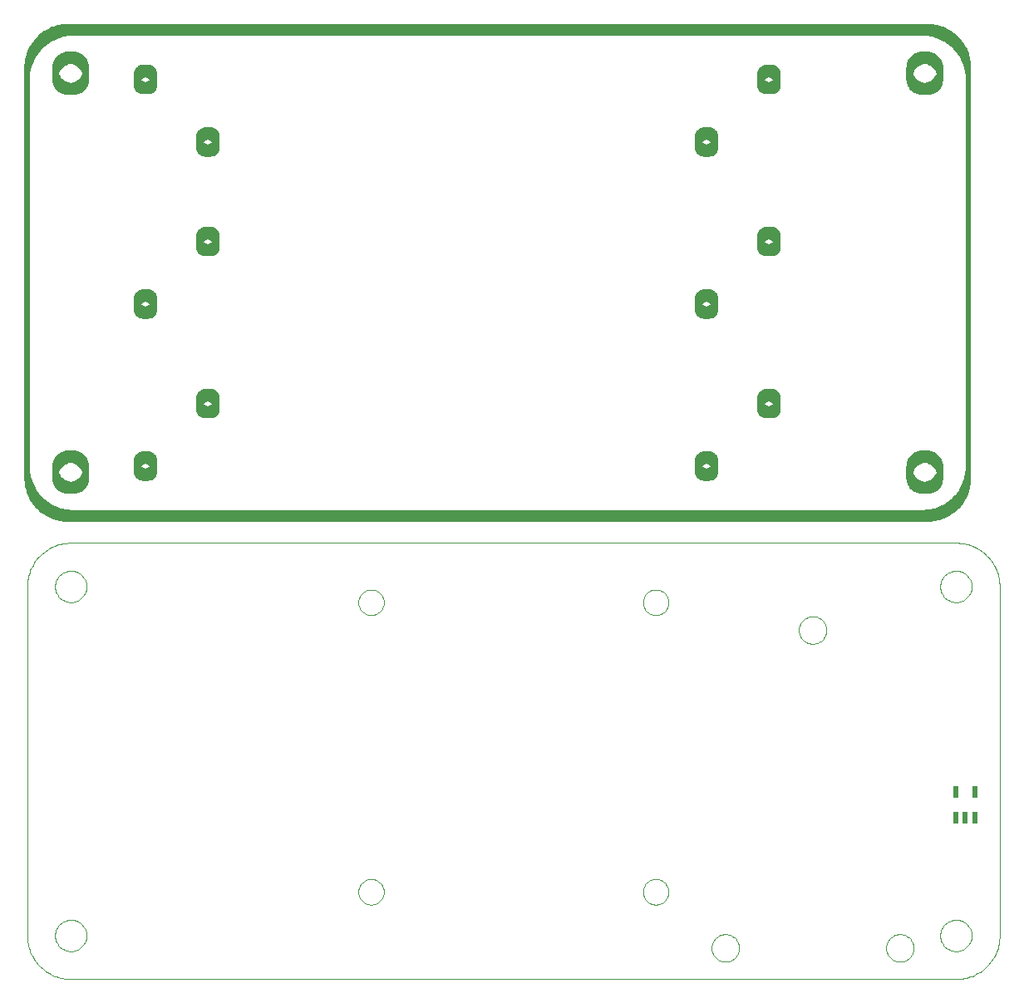
<source format=gtp>
%MOIN*%
%OFA0B0*%
%FSLAX24Y24*%
%IPPOS*%
%LPD*%
%AMOC8*
5,1,8,0,0,$1,202.5*%
%AMOC80*
5,1,8,0,0,$1,-67.5*%
%ADD10C,0*%
%ADD11R,0.021700000325901306X0.047200000708872883*%
%ADD22C,0*%
G75*
%LPD*%
D10*
X037345Y017463D02*
X001844Y017463D01*
X002475Y015713D02*
X002473Y015663D01*
X002467Y015613D01*
X002457Y015564D01*
X002443Y015516D01*
X002426Y015469D01*
X002405Y015424D01*
X002380Y015380D01*
X002352Y015339D01*
X002320Y015300D01*
X002286Y015263D01*
X002249Y015229D01*
X002209Y015199D01*
X002167Y015172D01*
X002123Y015148D01*
X002077Y015127D01*
X002030Y015111D01*
X001981Y015098D01*
X001932Y015088D01*
X001882Y015084D01*
X001832Y015083D01*
X001782Y015086D01*
X001733Y015093D01*
X001684Y015104D01*
X001636Y015119D01*
X001590Y015137D01*
X001545Y015159D01*
X001502Y015185D01*
X001461Y015214D01*
X001422Y015245D01*
X001386Y015281D01*
X001354Y015319D01*
X001324Y015359D01*
X001297Y015402D01*
X001274Y015446D01*
X001255Y015491D01*
X001239Y015540D01*
X001227Y015589D01*
X001219Y015638D01*
X001215Y015688D01*
X001215Y015738D01*
X001219Y015788D01*
X001227Y015837D01*
X001239Y015886D01*
X001255Y015934D01*
X001274Y015980D01*
X001297Y016024D01*
X001324Y016067D01*
X001354Y016107D01*
X001386Y016145D01*
X001422Y016180D01*
X001461Y016212D01*
X001502Y016240D01*
X001545Y016267D01*
X001590Y016289D01*
X001636Y016306D01*
X001684Y016322D01*
X001733Y016333D01*
X001782Y016339D01*
X001832Y016343D01*
X001882Y016342D01*
X001932Y016337D01*
X001981Y016328D01*
X002030Y016315D01*
X002077Y016298D01*
X002123Y016277D01*
X002167Y016254D01*
X002209Y016227D01*
X002249Y016197D01*
X002286Y016163D01*
X002320Y016126D01*
X002352Y016087D01*
X002380Y016046D01*
X002405Y016002D01*
X002426Y015956D01*
X002443Y015910D01*
X002457Y015862D01*
X002467Y015813D01*
X002473Y015763D01*
X002475Y015713D01*
X001844Y017463D02*
X001761Y017460D01*
X001678Y017455D01*
X001596Y017445D01*
X001514Y017431D01*
X001432Y017414D01*
X001351Y017392D01*
X001273Y017367D01*
X001195Y017338D01*
X001118Y017305D01*
X001043Y017268D01*
X000970Y017229D01*
X000898Y017185D01*
X000830Y017139D01*
X000763Y017089D01*
X000699Y017036D01*
X000637Y016980D01*
X000578Y016921D01*
X000522Y016859D01*
X000468Y016795D01*
X000419Y016728D01*
X000373Y016659D01*
X000329Y016588D01*
X000290Y016515D01*
X000253Y016440D01*
X000220Y016362D01*
X000191Y016285D01*
X000166Y016206D01*
X000144Y016126D01*
X000127Y016044D01*
X000112Y015962D01*
X000102Y015878D01*
X000097Y015795D01*
X000095Y015713D01*
X000095Y001713D01*
X002475Y001713D02*
X002473Y001662D01*
X002467Y001613D01*
X002457Y001564D01*
X002443Y001516D01*
X002426Y001469D01*
X002405Y001424D01*
X002380Y001380D01*
X002352Y001339D01*
X002320Y001300D01*
X002286Y001263D01*
X002249Y001229D01*
X002209Y001199D01*
X002167Y001172D01*
X002123Y001148D01*
X002077Y001127D01*
X002030Y001111D01*
X001981Y001098D01*
X001932Y001089D01*
X001882Y001084D01*
X001832Y001083D01*
X001782Y001086D01*
X001733Y001093D01*
X001684Y001104D01*
X001636Y001119D01*
X001590Y001137D01*
X001545Y001159D01*
X001502Y001185D01*
X001461Y001214D01*
X001422Y001246D01*
X001386Y001281D01*
X001354Y001319D01*
X001324Y001359D01*
X001297Y001402D01*
X001274Y001446D01*
X001255Y001492D01*
X001239Y001540D01*
X001227Y001589D01*
X001219Y001638D01*
X001215Y001688D01*
X001215Y001738D01*
X001219Y001787D01*
X001227Y001836D01*
X001239Y001886D01*
X001255Y001933D01*
X001274Y001980D01*
X001297Y002024D01*
X001324Y002067D01*
X001354Y002107D01*
X001386Y002145D01*
X001422Y002180D01*
X001461Y002212D01*
X001502Y002241D01*
X001545Y002267D01*
X001590Y002289D01*
X001636Y002307D01*
X001684Y002322D01*
X001733Y002333D01*
X001782Y002340D01*
X001832Y002343D01*
X001882Y002342D01*
X001932Y002337D01*
X001981Y002328D01*
X002030Y002315D01*
X002077Y002299D01*
X002123Y002278D01*
X002167Y002254D01*
X002209Y002227D01*
X002249Y002197D01*
X002286Y002163D01*
X002320Y002126D01*
X002352Y002087D01*
X002380Y002046D01*
X002405Y002002D01*
X002426Y001957D01*
X002443Y001910D01*
X002457Y001862D01*
X002467Y001813D01*
X002473Y001763D01*
X002475Y001713D01*
X001844Y-000036D02*
X001761Y-000034D01*
X001678Y-000027D01*
X001596Y-000018D01*
X001514Y-000004D01*
X001432Y000011D01*
X001351Y000034D01*
X001273Y000059D01*
X001195Y000088D01*
X001118Y000120D01*
X001043Y000158D01*
X000970Y000197D01*
X000898Y000241D01*
X000830Y000287D01*
X000763Y000337D01*
X000699Y000390D01*
X000637Y000445D01*
X000578Y000505D01*
X000522Y000567D01*
X000468Y000631D01*
X000419Y000698D01*
X000373Y000767D01*
X000329Y000838D01*
X000290Y000910D01*
X000253Y000985D01*
X000220Y001063D01*
X000191Y001141D01*
X000166Y001220D01*
X000144Y001300D01*
X000127Y001382D01*
X000112Y001464D01*
X000102Y001547D01*
X000097Y001630D01*
X000095Y001713D01*
X001844Y-000036D02*
X037345Y-000036D01*
X035645Y001213D02*
X035644Y001166D01*
X035637Y001120D01*
X035628Y001074D01*
X035615Y001029D01*
X035597Y000985D01*
X035576Y000944D01*
X035552Y000903D01*
X035524Y000867D01*
X035493Y000831D01*
X035459Y000799D01*
X035423Y000770D01*
X035384Y000743D01*
X035343Y000721D01*
X035300Y000702D01*
X035256Y000686D01*
X035211Y000674D01*
X035165Y000666D01*
X035118Y000662D01*
X035072Y000662D01*
X035025Y000666D01*
X034979Y000674D01*
X034934Y000686D01*
X034890Y000702D01*
X034847Y000721D01*
X034806Y000743D01*
X034767Y000770D01*
X034731Y000799D01*
X034696Y000831D01*
X034666Y000867D01*
X034638Y000903D01*
X034614Y000944D01*
X034592Y000985D01*
X034575Y001029D01*
X034562Y001074D01*
X034552Y001120D01*
X034546Y001166D01*
X034544Y001213D01*
X034546Y001260D01*
X034552Y001306D01*
X034562Y001351D01*
X034575Y001397D01*
X034592Y001440D01*
X034614Y001482D01*
X034638Y001522D01*
X034666Y001559D01*
X034696Y001593D01*
X034731Y001627D01*
X034767Y001655D01*
X034806Y001681D01*
X034847Y001705D01*
X034890Y001723D01*
X034934Y001739D01*
X034979Y001752D01*
X035025Y001760D01*
X035072Y001764D01*
X035118Y001764D01*
X035165Y001760D01*
X035211Y001752D01*
X035256Y001739D01*
X035300Y001723D01*
X035343Y001705D01*
X035384Y001681D01*
X035423Y001655D01*
X035459Y001627D01*
X035493Y001593D01*
X035524Y001559D01*
X035552Y001522D01*
X035576Y001482D01*
X035597Y001440D01*
X035615Y001397D01*
X035628Y001351D01*
X035637Y001306D01*
X035644Y001260D01*
X035645Y001213D01*
X037975Y001713D02*
X037973Y001662D01*
X037967Y001613D01*
X037957Y001564D01*
X037943Y001516D01*
X037926Y001469D01*
X037905Y001424D01*
X037880Y001380D01*
X037852Y001339D01*
X037820Y001300D01*
X037786Y001263D01*
X037749Y001229D01*
X037709Y001199D01*
X037667Y001172D01*
X037623Y001148D01*
X037577Y001127D01*
X037530Y001111D01*
X037482Y001098D01*
X037432Y001089D01*
X037383Y001084D01*
X037332Y001083D01*
X037282Y001086D01*
X037233Y001093D01*
X037184Y001104D01*
X037136Y001119D01*
X037089Y001137D01*
X037045Y001159D01*
X037002Y001185D01*
X036961Y001214D01*
X036922Y001246D01*
X036886Y001281D01*
X036853Y001319D01*
X036824Y001359D01*
X036797Y001402D01*
X036774Y001446D01*
X036755Y001492D01*
X036739Y001540D01*
X036727Y001589D01*
X036719Y001638D01*
X036715Y001688D01*
X036715Y001738D01*
X036719Y001787D01*
X036727Y001836D01*
X036739Y001886D01*
X036755Y001933D01*
X036774Y001980D01*
X036797Y002024D01*
X036824Y002067D01*
X036853Y002107D01*
X036886Y002145D01*
X036922Y002180D01*
X036961Y002212D01*
X037002Y002241D01*
X037045Y002267D01*
X037089Y002289D01*
X037136Y002307D01*
X037184Y002322D01*
X037233Y002333D01*
X037282Y002340D01*
X037332Y002343D01*
X037383Y002342D01*
X037432Y002337D01*
X037482Y002328D01*
X037530Y002315D01*
X037577Y002299D01*
X037623Y002278D01*
X037667Y002254D01*
X037709Y002227D01*
X037749Y002197D01*
X037786Y002163D01*
X037820Y002126D01*
X037852Y002087D01*
X037880Y002046D01*
X037905Y002002D01*
X037926Y001957D01*
X037943Y001910D01*
X037957Y001862D01*
X037967Y001813D01*
X037973Y001763D01*
X037975Y001713D01*
X039095Y001713D02*
X039093Y001630D01*
X039087Y001547D01*
X039077Y001464D01*
X039063Y001382D01*
X039045Y001300D01*
X039024Y001220D01*
X038999Y001141D01*
X038970Y001063D01*
X038937Y000985D01*
X038900Y000910D01*
X038861Y000838D01*
X038817Y000767D01*
X038771Y000698D01*
X038721Y000631D01*
X038668Y000567D01*
X038612Y000505D01*
X038553Y000445D01*
X038491Y000390D01*
X038427Y000337D01*
X038360Y000287D01*
X038291Y000241D01*
X038220Y000197D01*
X038147Y000158D01*
X038072Y000120D01*
X037995Y000088D01*
X037917Y000059D01*
X037837Y000034D01*
X037758Y000011D01*
X037676Y-000004D01*
X037593Y-000018D01*
X037511Y-000027D01*
X037428Y-000034D01*
X037345Y-000036D01*
X039095Y001713D02*
X039095Y015713D01*
X037975Y015713D02*
X037973Y015663D01*
X037967Y015613D01*
X037957Y015564D01*
X037943Y015516D01*
X037926Y015469D01*
X037905Y015424D01*
X037880Y015380D01*
X037852Y015339D01*
X037820Y015300D01*
X037786Y015263D01*
X037749Y015229D01*
X037709Y015199D01*
X037667Y015172D01*
X037623Y015148D01*
X037577Y015127D01*
X037530Y015111D01*
X037482Y015098D01*
X037432Y015088D01*
X037383Y015084D01*
X037332Y015083D01*
X037282Y015086D01*
X037233Y015093D01*
X037184Y015104D01*
X037136Y015119D01*
X037089Y015137D01*
X037045Y015159D01*
X037002Y015185D01*
X036961Y015214D01*
X036922Y015245D01*
X036886Y015281D01*
X036853Y015319D01*
X036824Y015359D01*
X036797Y015402D01*
X036774Y015446D01*
X036755Y015491D01*
X036739Y015540D01*
X036727Y015589D01*
X036719Y015638D01*
X036715Y015688D01*
X036715Y015738D01*
X036719Y015788D01*
X036727Y015837D01*
X036739Y015886D01*
X036755Y015934D01*
X036774Y015980D01*
X036797Y016024D01*
X036824Y016067D01*
X036853Y016107D01*
X036886Y016145D01*
X036922Y016180D01*
X036961Y016212D01*
X037002Y016240D01*
X037045Y016267D01*
X037089Y016289D01*
X037136Y016306D01*
X037184Y016322D01*
X037233Y016333D01*
X037282Y016339D01*
X037332Y016343D01*
X037383Y016342D01*
X037432Y016337D01*
X037482Y016328D01*
X037530Y016315D01*
X037577Y016298D01*
X037623Y016277D01*
X037667Y016254D01*
X037709Y016227D01*
X037749Y016197D01*
X037786Y016163D01*
X037820Y016126D01*
X037852Y016087D01*
X037880Y016046D01*
X037905Y016002D01*
X037926Y015956D01*
X037943Y015910D01*
X037957Y015862D01*
X037967Y015813D01*
X037973Y015763D01*
X037975Y015713D01*
X039095Y015713D02*
X039093Y015795D01*
X039087Y015878D01*
X039077Y015962D01*
X039063Y016044D01*
X039045Y016126D01*
X039024Y016206D01*
X038999Y016285D01*
X038970Y016362D01*
X038937Y016440D01*
X038900Y016515D01*
X038861Y016588D01*
X038817Y016659D01*
X038771Y016728D01*
X038721Y016795D01*
X038668Y016859D01*
X038612Y016921D01*
X038553Y016980D01*
X038491Y017036D01*
X038427Y017089D01*
X038360Y017139D01*
X038291Y017185D01*
X038220Y017229D01*
X038147Y017268D01*
X038072Y017305D01*
X037995Y017338D01*
X037917Y017367D01*
X037837Y017392D01*
X037758Y017414D01*
X037676Y017431D01*
X037593Y017445D01*
X037511Y017455D01*
X037428Y017460D01*
X037345Y017463D01*
X032146Y013963D02*
X032144Y013915D01*
X032138Y013870D01*
X032128Y013824D01*
X032115Y013778D01*
X032097Y013735D01*
X032075Y013694D01*
X032052Y013654D01*
X032024Y013617D01*
X031993Y013582D01*
X031959Y013549D01*
X031923Y013520D01*
X031884Y013493D01*
X031843Y013471D01*
X031800Y013452D01*
X031756Y013435D01*
X031711Y013423D01*
X031664Y013415D01*
X031618Y013412D01*
X031572Y013412D01*
X031525Y013415D01*
X031479Y013423D01*
X031434Y013435D01*
X031389Y013452D01*
X031347Y013471D01*
X031306Y013493D01*
X031267Y013520D01*
X031231Y013549D01*
X031196Y013582D01*
X031166Y013617D01*
X031138Y013654D01*
X031114Y013694D01*
X031093Y013735D01*
X031075Y013778D01*
X031062Y013824D01*
X031052Y013870D01*
X031046Y013915D01*
X031044Y013963D01*
X031046Y014010D01*
X031052Y014056D01*
X031062Y014101D01*
X031075Y014147D01*
X031093Y014190D01*
X031114Y014232D01*
X031138Y014271D01*
X031166Y014309D01*
X031196Y014343D01*
X031231Y014377D01*
X031267Y014406D01*
X031306Y014432D01*
X031347Y014455D01*
X031389Y014474D01*
X031434Y014490D01*
X031479Y014502D01*
X031525Y014510D01*
X031572Y014513D01*
X031618Y014513D01*
X031664Y014510D01*
X031711Y014502D01*
X031756Y014490D01*
X031800Y014474D01*
X031843Y014455D01*
X031884Y014432D01*
X031923Y014406D01*
X031959Y014377D01*
X031993Y014343D01*
X032024Y014309D01*
X032052Y014271D01*
X032075Y014232D01*
X032097Y014190D01*
X032115Y014147D01*
X032128Y014101D01*
X032138Y014056D01*
X032144Y014010D01*
X032146Y013963D01*
X025816Y015077D02*
X025814Y015032D01*
X025808Y014988D01*
X025798Y014943D01*
X025785Y014902D01*
X025767Y014861D01*
X025747Y014821D01*
X025722Y014783D01*
X025696Y014748D01*
X025666Y014715D01*
X025633Y014685D01*
X025598Y014658D01*
X025560Y014634D01*
X025519Y014613D01*
X025479Y014596D01*
X025437Y014581D01*
X025393Y014573D01*
X025349Y014567D01*
X025304Y014564D01*
X025259Y014567D01*
X025215Y014573D01*
X025171Y014581D01*
X025129Y014596D01*
X025088Y014613D01*
X025048Y014634D01*
X025010Y014658D01*
X024975Y014685D01*
X024942Y014715D01*
X024912Y014748D01*
X024885Y014783D01*
X024861Y014821D01*
X024840Y014861D01*
X024823Y014902D01*
X024809Y014943D01*
X024800Y014988D01*
X024794Y015032D01*
X024792Y015077D01*
X024794Y015121D01*
X024800Y015166D01*
X024809Y015209D01*
X024823Y015251D01*
X024840Y015293D01*
X024861Y015332D01*
X024885Y015371D01*
X024912Y015406D01*
X024942Y015439D01*
X024975Y015469D01*
X025010Y015496D01*
X025048Y015520D01*
X025088Y015541D01*
X025129Y015558D01*
X025171Y015572D01*
X025215Y015581D01*
X025259Y015587D01*
X025304Y015589D01*
X025349Y015587D01*
X025393Y015581D01*
X025437Y015572D01*
X025479Y015558D01*
X025519Y015541D01*
X025560Y015520D01*
X025598Y015496D01*
X025633Y015469D01*
X025666Y015439D01*
X025696Y015406D01*
X025722Y015371D01*
X025747Y015332D01*
X025767Y015293D01*
X025785Y015251D01*
X025798Y015209D01*
X025808Y015166D01*
X025814Y015121D01*
X025816Y015077D01*
X014399Y015077D02*
X014397Y015032D01*
X014391Y014988D01*
X014382Y014943D01*
X014368Y014902D01*
X014351Y014861D01*
X014330Y014821D01*
X014306Y014783D01*
X014279Y014748D01*
X014249Y014715D01*
X014215Y014685D01*
X014181Y014658D01*
X014142Y014634D01*
X014103Y014613D01*
X014061Y014596D01*
X014020Y014581D01*
X013975Y014573D01*
X013932Y014567D01*
X013887Y014564D01*
X013842Y014567D01*
X013797Y014573D01*
X013754Y014581D01*
X013712Y014596D01*
X013671Y014613D01*
X013631Y014634D01*
X013593Y014658D01*
X013557Y014685D01*
X013525Y014715D01*
X013495Y014748D01*
X013468Y014783D01*
X013444Y014821D01*
X013423Y014861D01*
X013406Y014902D01*
X013392Y014943D01*
X013383Y014988D01*
X013376Y015032D01*
X013375Y015077D01*
X013376Y015121D01*
X013383Y015166D01*
X013392Y015209D01*
X013406Y015251D01*
X013423Y015293D01*
X013444Y015332D01*
X013468Y015371D01*
X013495Y015406D01*
X013525Y015439D01*
X013557Y015469D01*
X013593Y015496D01*
X013631Y015520D01*
X013671Y015541D01*
X013712Y015558D01*
X013754Y015572D01*
X013797Y015581D01*
X013842Y015587D01*
X013887Y015589D01*
X013932Y015587D01*
X013975Y015581D01*
X014020Y015572D01*
X014061Y015558D01*
X014103Y015541D01*
X014142Y015520D01*
X014181Y015496D01*
X014215Y015469D01*
X014249Y015439D01*
X014279Y015406D01*
X014306Y015371D01*
X014330Y015332D01*
X014351Y015293D01*
X014368Y015251D01*
X014382Y015209D01*
X014391Y015166D01*
X014397Y015121D01*
X014399Y015077D01*
X014399Y003462D02*
X014397Y003417D01*
X014391Y003373D01*
X014382Y003330D01*
X014368Y003288D01*
X014351Y003247D01*
X014330Y003207D01*
X014306Y003169D01*
X014279Y003134D01*
X014249Y003101D01*
X014215Y003071D01*
X014181Y003044D01*
X014142Y003020D01*
X014103Y002999D01*
X014061Y002982D01*
X014020Y002968D01*
X013975Y002959D01*
X013932Y002953D01*
X013887Y002950D01*
X013842Y002953D01*
X013797Y002959D01*
X013754Y002968D01*
X013712Y002982D01*
X013671Y002999D01*
X013631Y003020D01*
X013593Y003044D01*
X013557Y003071D01*
X013525Y003101D01*
X013495Y003134D01*
X013468Y003169D01*
X013444Y003207D01*
X013423Y003247D01*
X013406Y003288D01*
X013392Y003330D01*
X013383Y003373D01*
X013376Y003417D01*
X013375Y003462D01*
X013376Y003507D01*
X013383Y003552D01*
X013392Y003595D01*
X013406Y003638D01*
X013423Y003679D01*
X013444Y003719D01*
X013468Y003757D01*
X013495Y003792D01*
X013525Y003825D01*
X013557Y003855D01*
X013593Y003882D01*
X013631Y003906D01*
X013671Y003927D01*
X013712Y003943D01*
X013754Y003958D01*
X013797Y003967D01*
X013842Y003973D01*
X013887Y003975D01*
X013932Y003973D01*
X013975Y003967D01*
X014020Y003958D01*
X014061Y003943D01*
X014103Y003927D01*
X014142Y003906D01*
X014181Y003882D01*
X014215Y003855D01*
X014249Y003825D01*
X014279Y003792D01*
X014306Y003757D01*
X014330Y003719D01*
X014351Y003679D01*
X014368Y003638D01*
X014382Y003595D01*
X014391Y003552D01*
X014397Y003507D01*
X014399Y003462D01*
X025816Y003462D02*
X025814Y003417D01*
X025808Y003373D01*
X025798Y003330D01*
X025785Y003288D01*
X025767Y003247D01*
X025747Y003207D01*
X025722Y003169D01*
X025696Y003134D01*
X025666Y003101D01*
X025633Y003071D01*
X025598Y003044D01*
X025560Y003020D01*
X025519Y002999D01*
X025479Y002982D01*
X025437Y002968D01*
X025393Y002959D01*
X025349Y002953D01*
X025304Y002950D01*
X025259Y002953D01*
X025215Y002959D01*
X025171Y002968D01*
X025129Y002982D01*
X025088Y002999D01*
X025048Y003020D01*
X025010Y003044D01*
X024975Y003071D01*
X024942Y003101D01*
X024912Y003134D01*
X024885Y003169D01*
X024861Y003207D01*
X024840Y003247D01*
X024823Y003288D01*
X024809Y003330D01*
X024800Y003373D01*
X024794Y003417D01*
X024792Y003462D01*
X024794Y003507D01*
X024800Y003552D01*
X024809Y003595D01*
X024823Y003638D01*
X024840Y003679D01*
X024861Y003719D01*
X024885Y003757D01*
X024912Y003792D01*
X024942Y003825D01*
X024975Y003855D01*
X025010Y003882D01*
X025048Y003906D01*
X025088Y003927D01*
X025129Y003943D01*
X025171Y003958D01*
X025215Y003967D01*
X025259Y003973D01*
X025304Y003975D01*
X025349Y003973D01*
X025393Y003967D01*
X025437Y003958D01*
X025479Y003943D01*
X025519Y003927D01*
X025560Y003906D01*
X025598Y003882D01*
X025633Y003855D01*
X025666Y003825D01*
X025696Y003792D01*
X025722Y003757D01*
X025747Y003719D01*
X025767Y003679D01*
X025785Y003638D01*
X025798Y003595D01*
X025808Y003552D01*
X025814Y003507D01*
X025816Y003462D01*
X028645Y001213D02*
X028644Y001166D01*
X028638Y001120D01*
X028628Y001074D01*
X028615Y001029D01*
X028597Y000985D01*
X028576Y000944D01*
X028551Y000903D01*
X028524Y000867D01*
X028493Y000831D01*
X028459Y000799D01*
X028423Y000770D01*
X028384Y000743D01*
X028343Y000721D01*
X028299Y000702D01*
X028256Y000686D01*
X028211Y000674D01*
X028165Y000666D01*
X028118Y000662D01*
X028071Y000662D01*
X028024Y000666D01*
X027979Y000674D01*
X027934Y000686D01*
X027890Y000702D01*
X027847Y000721D01*
X027806Y000743D01*
X027767Y000770D01*
X027731Y000799D01*
X027697Y000831D01*
X027666Y000867D01*
X027638Y000903D01*
X027614Y000944D01*
X027593Y000985D01*
X027575Y001029D01*
X027562Y001074D01*
X027552Y001120D01*
X027546Y001166D01*
X027544Y001213D01*
X027546Y001260D01*
X027552Y001306D01*
X027562Y001351D01*
X027575Y001397D01*
X027593Y001440D01*
X027614Y001482D01*
X027638Y001522D01*
X027666Y001559D01*
X027697Y001593D01*
X027731Y001627D01*
X027767Y001655D01*
X027806Y001681D01*
X027847Y001705D01*
X027890Y001723D01*
X027934Y001739D01*
X027979Y001752D01*
X028024Y001760D01*
X028071Y001764D01*
X028118Y001764D01*
X028165Y001760D01*
X028211Y001752D01*
X028256Y001739D01*
X028299Y001723D01*
X028343Y001705D01*
X028384Y001681D01*
X028423Y001655D01*
X028459Y001627D01*
X028493Y001593D01*
X028524Y001559D01*
X028551Y001522D01*
X028576Y001482D01*
X028597Y001440D01*
X028615Y001397D01*
X028628Y001351D01*
X028638Y001306D01*
X028644Y001260D01*
X028645Y001213D01*
D11*
X037345Y006451D03*
X037720Y006451D03*
X038094Y006451D03*
X038094Y007475D03*
X037345Y007475D03*
G04 next file*
%LPD*%
G75*
G04 skipping 70
D22*
X001843Y038048D02*
X036093Y038048D01*
X036093Y036928D02*
X036143Y036926D01*
X036193Y036920D01*
X036242Y036910D01*
X036290Y036896D01*
X036337Y036879D01*
X036381Y036857D01*
X036426Y036833D01*
X036467Y036805D01*
X036505Y036772D01*
X036543Y036739D01*
X036577Y036702D01*
X036607Y036662D01*
X036634Y036620D01*
X036658Y036576D01*
X036679Y036530D01*
X036695Y036483D01*
X036708Y036435D01*
X036717Y036385D01*
X036722Y036336D01*
X036723Y036284D01*
X036720Y036235D01*
X036713Y036186D01*
X036702Y036137D01*
X036687Y036089D01*
X036669Y036043D01*
X036647Y035998D01*
X036621Y035955D01*
X036592Y035914D01*
X036560Y035875D01*
X036524Y035839D01*
X036487Y035807D01*
X036447Y035777D01*
X036404Y035750D01*
X036360Y035727D01*
X036314Y035708D01*
X036266Y035692D01*
X036217Y035680D01*
X036168Y035672D01*
X036118Y035668D01*
X036068Y035668D01*
X036017Y035672D01*
X035969Y035680D01*
X035920Y035692D01*
X035872Y035708D01*
X035826Y035727D01*
X035782Y035750D01*
X035739Y035777D01*
X035699Y035807D01*
X035661Y035839D01*
X035626Y035875D01*
X035594Y035914D01*
X035565Y035955D01*
X035539Y035998D01*
X035517Y036043D01*
X035499Y036089D01*
X035484Y036137D01*
X035473Y036186D01*
X035466Y036235D01*
X035463Y036284D01*
X035464Y036336D01*
X035469Y036385D01*
X035478Y036435D01*
X035491Y036483D01*
X035507Y036530D01*
X035528Y036576D01*
X035552Y036620D01*
X035579Y036662D01*
X035609Y036702D01*
X035643Y036739D01*
X035680Y036772D01*
X035719Y036805D01*
X035760Y036833D01*
X035804Y036857D01*
X035849Y036879D01*
X035896Y036896D01*
X035944Y036910D01*
X035993Y036920D01*
X036043Y036926D01*
X036093Y036928D01*
X036093Y038048D02*
X036176Y038046D01*
X036259Y038040D01*
X036342Y038030D01*
X036424Y038016D01*
X036505Y037999D01*
X036586Y037977D01*
X036665Y037952D01*
X036743Y037923D01*
X036820Y037890D01*
X036895Y037853D01*
X036968Y037814D01*
X037039Y037770D01*
X037108Y037724D01*
X037175Y037674D01*
X037239Y037621D01*
X037301Y037565D01*
X037360Y037506D01*
X037416Y037444D01*
X037469Y037380D01*
X037519Y037313D01*
X037565Y037244D01*
X037609Y037173D01*
X037648Y037100D01*
X037685Y037025D01*
X037717Y036948D01*
X037747Y036869D01*
X037772Y036791D01*
X037794Y036711D01*
X037811Y036629D01*
X037825Y036547D01*
X037835Y036464D01*
X037841Y036381D01*
X037843Y036298D01*
X037843Y020298D01*
X036093Y020928D02*
X036143Y020926D01*
X036193Y020920D01*
X036242Y020910D01*
X036290Y020896D01*
X036337Y020879D01*
X036381Y020858D01*
X036426Y020833D01*
X036467Y020804D01*
X036505Y020773D01*
X036543Y020739D01*
X036577Y020702D01*
X036607Y020661D01*
X036634Y020620D01*
X036658Y020576D01*
X036679Y020530D01*
X036695Y020482D01*
X036708Y020435D01*
X036717Y020385D01*
X036722Y020336D01*
X036723Y020285D01*
X036720Y020235D01*
X036713Y020186D01*
X036702Y020137D01*
X036687Y020089D01*
X036669Y020043D01*
X036647Y019998D01*
X036621Y019955D01*
X036592Y019914D01*
X036560Y019875D01*
X036524Y019839D01*
X036487Y019807D01*
X036447Y019777D01*
X036404Y019750D01*
X036360Y019727D01*
X036314Y019708D01*
X036266Y019692D01*
X036217Y019680D01*
X036168Y019672D01*
X036118Y019668D01*
X036068Y019668D01*
X036017Y019672D01*
X035969Y019680D01*
X035920Y019692D01*
X035872Y019708D01*
X035826Y019727D01*
X035782Y019750D01*
X035739Y019777D01*
X035699Y019807D01*
X035661Y019839D01*
X035626Y019875D01*
X035594Y019914D01*
X035565Y019955D01*
X035539Y019998D01*
X035517Y020043D01*
X035499Y020089D01*
X035484Y020137D01*
X035473Y020186D01*
X035466Y020235D01*
X035463Y020285D01*
X035464Y020336D01*
X035469Y020385D01*
X035478Y020435D01*
X035491Y020482D01*
X035507Y020530D01*
X035528Y020576D01*
X035552Y020620D01*
X035579Y020661D01*
X035609Y020702D01*
X035643Y020739D01*
X035680Y020773D01*
X035719Y020804D01*
X035760Y020833D01*
X035804Y020858D01*
X035849Y020879D01*
X035896Y020896D01*
X035944Y020910D01*
X035993Y020920D01*
X036043Y020926D01*
X036093Y020928D01*
X037843Y020298D02*
X037841Y020215D01*
X037835Y020132D01*
X037825Y020049D01*
X037811Y019967D01*
X037794Y019884D01*
X037772Y019805D01*
X037747Y019726D01*
X037717Y019648D01*
X037685Y019571D01*
X037648Y019496D01*
X037609Y019423D01*
X037565Y019352D01*
X037519Y019282D01*
X037469Y019216D01*
X037416Y019152D01*
X037360Y019090D01*
X037301Y019030D01*
X037239Y018974D01*
X037175Y018922D01*
X037108Y018872D01*
X037039Y018826D01*
X036968Y018782D01*
X036895Y018743D01*
X036820Y018706D01*
X036743Y018672D01*
X036665Y018644D01*
X036586Y018619D01*
X036505Y018597D01*
X036424Y018580D01*
X036342Y018566D01*
X036259Y018556D01*
X036176Y018550D01*
X036093Y018548D01*
X001843Y018548D01*
X001843Y020928D02*
X001893Y020926D01*
X001943Y020920D01*
X001991Y020910D01*
X002039Y020896D01*
X002087Y020879D01*
X002132Y020858D01*
X002176Y020833D01*
X002217Y020804D01*
X002256Y020773D01*
X002293Y020739D01*
X002327Y020702D01*
X002357Y020661D01*
X002384Y020620D01*
X002408Y020576D01*
X002429Y020530D01*
X002445Y020482D01*
X002458Y020435D01*
X002467Y020385D01*
X002472Y020336D01*
X002473Y020285D01*
X002470Y020235D01*
X002463Y020186D01*
X002452Y020137D01*
X002437Y020089D01*
X002419Y020043D01*
X002397Y019998D01*
X002371Y019955D01*
X002342Y019914D01*
X002310Y019875D01*
X002275Y019839D01*
X002237Y019807D01*
X002197Y019777D01*
X002154Y019750D01*
X002110Y019727D01*
X002064Y019708D01*
X002016Y019692D01*
X001967Y019680D01*
X001918Y019672D01*
X001867Y019668D01*
X001818Y019668D01*
X001768Y019672D01*
X001719Y019680D01*
X001669Y019692D01*
X001622Y019708D01*
X001576Y019727D01*
X001532Y019750D01*
X001489Y019777D01*
X001449Y019807D01*
X001411Y019839D01*
X001376Y019875D01*
X001344Y019914D01*
X001315Y019955D01*
X001288Y019998D01*
X001267Y020043D01*
X001249Y020089D01*
X001234Y020137D01*
X001223Y020186D01*
X001216Y020235D01*
X001213Y020285D01*
X001214Y020336D01*
X001219Y020385D01*
X001228Y020435D01*
X001241Y020482D01*
X001257Y020530D01*
X001278Y020576D01*
X001302Y020620D01*
X001329Y020661D01*
X001359Y020702D01*
X001393Y020739D01*
X001429Y020773D01*
X001469Y020804D01*
X001510Y020833D01*
X001554Y020858D01*
X001598Y020879D01*
X001646Y020896D01*
X001693Y020910D01*
X001743Y020920D01*
X001792Y020926D01*
X001843Y020928D01*
X000092Y020298D02*
X000095Y020215D01*
X000101Y020132D01*
X000111Y020049D01*
X000125Y019967D01*
X000142Y019884D01*
X000164Y019805D01*
X000189Y019726D01*
X000218Y019648D01*
X000251Y019571D01*
X000288Y019496D01*
X000327Y019423D01*
X000371Y019352D01*
X000417Y019282D01*
X000466Y019216D01*
X000520Y019152D01*
X000576Y019090D01*
X000635Y019030D01*
X000697Y018974D01*
X000761Y018922D01*
X000827Y018872D01*
X000897Y018826D01*
X000967Y018782D01*
X001041Y018743D01*
X001116Y018706D01*
X001193Y018672D01*
X001271Y018644D01*
X001350Y018619D01*
X001429Y018597D01*
X001512Y018580D01*
X001593Y018566D01*
X001676Y018556D01*
X001760Y018550D01*
X001843Y018548D01*
X000092Y020298D02*
X000092Y036298D01*
X001843Y036928D02*
X001893Y036926D01*
X001943Y036920D01*
X001991Y036910D01*
X002039Y036896D01*
X002087Y036879D01*
X002132Y036857D01*
X002176Y036833D01*
X002217Y036805D01*
X002256Y036772D01*
X002293Y036739D01*
X002327Y036702D01*
X002357Y036662D01*
X002384Y036620D01*
X002408Y036576D01*
X002429Y036530D01*
X002445Y036483D01*
X002458Y036435D01*
X002467Y036385D01*
X002472Y036336D01*
X002473Y036284D01*
X002470Y036235D01*
X002463Y036186D01*
X002452Y036137D01*
X002437Y036089D01*
X002419Y036043D01*
X002397Y035998D01*
X002371Y035955D01*
X002342Y035914D01*
X002310Y035875D01*
X002275Y035839D01*
X002237Y035807D01*
X002197Y035777D01*
X002154Y035750D01*
X002110Y035727D01*
X002064Y035708D01*
X002016Y035692D01*
X001967Y035680D01*
X001918Y035672D01*
X001867Y035668D01*
X001818Y035668D01*
X001768Y035672D01*
X001719Y035680D01*
X001669Y035692D01*
X001622Y035708D01*
X001576Y035727D01*
X001532Y035750D01*
X001489Y035777D01*
X001449Y035807D01*
X001411Y035839D01*
X001376Y035875D01*
X001344Y035914D01*
X001315Y035955D01*
X001288Y035998D01*
X001267Y036043D01*
X001249Y036089D01*
X001234Y036137D01*
X001223Y036186D01*
X001216Y036235D01*
X001213Y036284D01*
X001214Y036336D01*
X001219Y036385D01*
X001228Y036435D01*
X001241Y036483D01*
X001257Y036530D01*
X001278Y036576D01*
X001302Y036620D01*
X001329Y036662D01*
X001359Y036702D01*
X001393Y036739D01*
X001429Y036772D01*
X001469Y036805D01*
X001510Y036833D01*
X001554Y036857D01*
X001598Y036879D01*
X001646Y036896D01*
X001693Y036910D01*
X001743Y036920D01*
X001792Y036926D01*
X001843Y036928D01*
X001843Y038048D02*
X001760Y038046D01*
X001676Y038040D01*
X001593Y038030D01*
X001512Y038016D01*
X001429Y037999D01*
X001350Y037977D01*
X001271Y037952D01*
X001193Y037923D01*
X001116Y037890D01*
X001041Y037853D01*
X000967Y037814D01*
X000897Y037770D01*
X000827Y037724D01*
X000761Y037674D01*
X000697Y037621D01*
X000635Y037565D01*
X000576Y037506D01*
X000520Y037444D01*
X000466Y037380D01*
X000417Y037313D01*
X000371Y037244D01*
X000327Y037173D01*
X000288Y037100D01*
X000251Y037025D01*
X000218Y036948D01*
X000189Y036869D01*
X000164Y036791D01*
X000142Y036711D01*
X000125Y036629D01*
X000111Y036547D01*
X000101Y036464D01*
X000095Y036381D01*
X000092Y036298D01*
X004841Y036404D02*
X004878Y036403D01*
X004915Y036397D01*
X004951Y036388D01*
X004985Y036373D01*
X005018Y036357D01*
X005050Y036337D01*
X005079Y036314D01*
X005104Y036288D01*
X005128Y036259D01*
X005148Y036228D01*
X005165Y036194D01*
X005179Y036160D01*
X005188Y036124D01*
X005194Y036087D01*
X005195Y036050D01*
X005194Y036013D01*
X005188Y035976D01*
X005179Y035940D01*
X005165Y035906D01*
X005148Y035873D01*
X005128Y035841D01*
X005104Y035812D01*
X005079Y035786D01*
X005050Y035763D01*
X005019Y035743D01*
X004985Y035726D01*
X004951Y035712D01*
X004915Y035703D01*
X004878Y035697D01*
X004841Y035695D01*
X004804Y035697D01*
X004767Y035703D01*
X004731Y035712D01*
X004697Y035726D01*
X004664Y035743D01*
X004632Y035763D01*
X004603Y035786D01*
X004577Y035812D01*
X004554Y035841D01*
X004534Y035872D01*
X004517Y035906D01*
X004503Y035940D01*
X004494Y035976D01*
X004488Y036013D01*
X004486Y036050D01*
X004488Y036087D01*
X004494Y036124D01*
X004503Y036160D01*
X004517Y036194D01*
X004534Y036227D01*
X004554Y036259D01*
X004577Y036288D01*
X004603Y036314D01*
X004632Y036337D01*
X004663Y036357D01*
X004697Y036373D01*
X004731Y036388D01*
X004767Y036397D01*
X004804Y036403D01*
X004841Y036404D01*
X007344Y033901D02*
X007380Y033899D01*
X007418Y033893D01*
X007453Y033884D01*
X007488Y033870D01*
X007521Y033852D01*
X007553Y033833D01*
X007582Y033810D01*
X007608Y033784D01*
X007631Y033755D01*
X007651Y033724D01*
X007668Y033690D01*
X007682Y033656D01*
X007691Y033620D01*
X007697Y033583D01*
X007699Y033546D01*
X007697Y033509D01*
X007691Y033472D01*
X007682Y033436D01*
X007668Y033402D01*
X007651Y033368D01*
X007631Y033337D01*
X007608Y033308D01*
X007582Y033282D01*
X007553Y033259D01*
X007522Y033239D01*
X007488Y033221D01*
X007453Y033208D01*
X007418Y033199D01*
X007380Y033193D01*
X007344Y033191D01*
X007307Y033193D01*
X007270Y033199D01*
X007234Y033208D01*
X007199Y033221D01*
X007166Y033239D01*
X007135Y033259D01*
X007105Y033282D01*
X007079Y033308D01*
X007057Y033337D01*
X007037Y033368D01*
X007019Y033402D01*
X007006Y033436D01*
X006997Y033472D01*
X006991Y033509D01*
X006988Y033546D01*
X006991Y033583D01*
X006997Y033620D01*
X007006Y033656D01*
X007019Y033690D01*
X007037Y033723D01*
X007057Y033755D01*
X007079Y033784D01*
X007105Y033810D01*
X007135Y033833D01*
X007165Y033852D01*
X007199Y033870D01*
X007234Y033884D01*
X007270Y033893D01*
X007307Y033899D01*
X007344Y033901D01*
X007344Y029905D02*
X007380Y029903D01*
X007418Y029897D01*
X007453Y029887D01*
X007488Y029874D01*
X007521Y029856D01*
X007553Y029836D01*
X007582Y029814D01*
X007608Y029788D01*
X007631Y029759D01*
X007651Y029728D01*
X007668Y029693D01*
X007682Y029660D01*
X007691Y029624D01*
X007697Y029587D01*
X007699Y029550D01*
X007697Y029512D01*
X007691Y029476D01*
X007682Y029440D01*
X007668Y029406D01*
X007651Y029372D01*
X007631Y029341D01*
X007608Y029312D01*
X007582Y029286D01*
X007553Y029263D01*
X007522Y029243D01*
X007488Y029226D01*
X007453Y029211D01*
X007418Y029203D01*
X007380Y029197D01*
X007344Y029195D01*
X007307Y029197D01*
X007270Y029203D01*
X007234Y029211D01*
X007199Y029226D01*
X007166Y029243D01*
X007135Y029263D01*
X007105Y029286D01*
X007079Y029312D01*
X007057Y029341D01*
X007037Y029371D01*
X007019Y029406D01*
X007006Y029440D01*
X006997Y029476D01*
X006991Y029512D01*
X006988Y029550D01*
X006991Y029587D01*
X006997Y029624D01*
X007006Y029660D01*
X007019Y029693D01*
X007037Y029727D01*
X007057Y029759D01*
X007079Y029788D01*
X007105Y029814D01*
X007135Y029836D01*
X007165Y029856D01*
X007199Y029874D01*
X007234Y029887D01*
X007270Y029897D01*
X007307Y029903D01*
X007344Y029905D01*
X004841Y027401D02*
X004878Y027399D01*
X004915Y027393D01*
X004951Y027384D01*
X004985Y027370D01*
X005018Y027353D01*
X005050Y027333D01*
X005079Y027310D01*
X005104Y027284D01*
X005128Y027254D01*
X005148Y027223D01*
X005165Y027190D01*
X005179Y027155D01*
X005188Y027120D01*
X005194Y027083D01*
X005195Y027046D01*
X005194Y027009D01*
X005188Y026971D01*
X005179Y026936D01*
X005165Y026902D01*
X005148Y026869D01*
X005128Y026837D01*
X005104Y026808D01*
X005079Y026782D01*
X005050Y026759D01*
X005019Y026739D01*
X004985Y026722D01*
X004951Y026708D01*
X004915Y026699D01*
X004878Y026692D01*
X004841Y026690D01*
X004804Y026692D01*
X004767Y026699D01*
X004731Y026708D01*
X004697Y026722D01*
X004664Y026739D01*
X004632Y026759D01*
X004603Y026782D01*
X004577Y026808D01*
X004554Y026837D01*
X004534Y026867D01*
X004517Y026902D01*
X004503Y026936D01*
X004494Y026971D01*
X004488Y027009D01*
X004486Y027046D01*
X004488Y027083D01*
X004494Y027120D01*
X004503Y027155D01*
X004517Y027190D01*
X004534Y027223D01*
X004554Y027254D01*
X004577Y027284D01*
X004603Y027310D01*
X004632Y027333D01*
X004663Y027353D01*
X004697Y027370D01*
X004731Y027384D01*
X004767Y027393D01*
X004804Y027399D01*
X004841Y027401D01*
X007344Y023405D02*
X007380Y023403D01*
X007418Y023397D01*
X007453Y023388D01*
X007488Y023374D01*
X007521Y023357D01*
X007553Y023337D01*
X007582Y023314D01*
X007608Y023288D01*
X007631Y023259D01*
X007651Y023228D01*
X007668Y023194D01*
X007682Y023160D01*
X007691Y023123D01*
X007697Y023087D01*
X007699Y023050D01*
X007697Y023013D01*
X007691Y022976D01*
X007682Y022940D01*
X007668Y022906D01*
X007651Y022873D01*
X007631Y022841D01*
X007608Y022812D01*
X007582Y022786D01*
X007553Y022763D01*
X007522Y022743D01*
X007488Y022726D01*
X007453Y022712D01*
X007418Y022703D01*
X007380Y022697D01*
X007344Y022695D01*
X007307Y022697D01*
X007270Y022703D01*
X007234Y022712D01*
X007199Y022726D01*
X007166Y022743D01*
X007135Y022763D01*
X007105Y022786D01*
X007079Y022812D01*
X007057Y022841D01*
X007037Y022872D01*
X007019Y022906D01*
X007006Y022940D01*
X006997Y022976D01*
X006991Y023013D01*
X006988Y023050D01*
X006991Y023087D01*
X006997Y023123D01*
X007006Y023160D01*
X007019Y023194D01*
X007037Y023227D01*
X007057Y023259D01*
X007079Y023288D01*
X007105Y023314D01*
X007135Y023337D01*
X007165Y023357D01*
X007199Y023374D01*
X007234Y023388D01*
X007270Y023397D01*
X007307Y023403D01*
X007344Y023405D01*
X004841Y020901D02*
X004878Y020899D01*
X004915Y020893D01*
X004951Y020884D01*
X004985Y020870D01*
X005018Y020853D01*
X005050Y020833D01*
X005079Y020810D01*
X005104Y020783D01*
X005128Y020755D01*
X005148Y020724D01*
X005165Y020690D01*
X005179Y020656D01*
X005188Y020620D01*
X005194Y020583D01*
X005195Y020546D01*
X005194Y020509D01*
X005188Y020472D01*
X005179Y020436D01*
X005165Y020402D01*
X005148Y020369D01*
X005128Y020337D01*
X005104Y020308D01*
X005079Y020282D01*
X005050Y020259D01*
X005019Y020238D01*
X004985Y020222D01*
X004951Y020208D01*
X004915Y020198D01*
X004878Y020193D01*
X004841Y020191D01*
X004804Y020193D01*
X004767Y020198D01*
X004731Y020208D01*
X004697Y020222D01*
X004664Y020238D01*
X004632Y020259D01*
X004603Y020282D01*
X004577Y020308D01*
X004554Y020337D01*
X004534Y020368D01*
X004517Y020402D01*
X004503Y020436D01*
X004494Y020472D01*
X004488Y020509D01*
X004486Y020546D01*
X004488Y020583D01*
X004494Y020620D01*
X004503Y020656D01*
X004517Y020690D01*
X004534Y020722D01*
X004554Y020755D01*
X004577Y020783D01*
X004603Y020810D01*
X004632Y020833D01*
X004663Y020853D01*
X004697Y020870D01*
X004731Y020884D01*
X004767Y020893D01*
X004804Y020899D01*
X004841Y020901D01*
X027341Y020901D02*
X027378Y020899D01*
X027415Y020893D01*
X027451Y020884D01*
X027485Y020870D01*
X027518Y020853D01*
X027550Y020833D01*
X027578Y020810D01*
X027605Y020783D01*
X027628Y020755D01*
X027648Y020724D01*
X027664Y020690D01*
X027679Y020656D01*
X027688Y020620D01*
X027694Y020583D01*
X027695Y020546D01*
X027694Y020509D01*
X027688Y020472D01*
X027679Y020436D01*
X027664Y020402D01*
X027648Y020369D01*
X027628Y020337D01*
X027605Y020308D01*
X027578Y020282D01*
X027550Y020259D01*
X027519Y020238D01*
X027485Y020222D01*
X027451Y020208D01*
X027415Y020198D01*
X027378Y020193D01*
X027341Y020191D01*
X027304Y020193D01*
X027267Y020198D01*
X027231Y020208D01*
X027197Y020222D01*
X027164Y020238D01*
X027132Y020259D01*
X027103Y020282D01*
X027077Y020308D01*
X027054Y020337D01*
X027034Y020368D01*
X027017Y020402D01*
X027003Y020436D01*
X026993Y020472D01*
X026987Y020509D01*
X026986Y020546D01*
X026987Y020583D01*
X026993Y020620D01*
X027003Y020656D01*
X027017Y020690D01*
X027034Y020722D01*
X027054Y020755D01*
X027077Y020783D01*
X027103Y020810D01*
X027132Y020833D01*
X027163Y020853D01*
X027197Y020870D01*
X027231Y020884D01*
X027267Y020893D01*
X027304Y020899D01*
X027341Y020901D01*
X029844Y023405D02*
X029881Y023403D01*
X029918Y023397D01*
X029954Y023388D01*
X029988Y023374D01*
X030021Y023357D01*
X030053Y023337D01*
X030082Y023314D01*
X030108Y023288D01*
X030131Y023259D01*
X030151Y023228D01*
X030168Y023194D01*
X030181Y023160D01*
X030191Y023123D01*
X030197Y023087D01*
X030198Y023050D01*
X030197Y023013D01*
X030191Y022976D01*
X030181Y022940D01*
X030168Y022906D01*
X030151Y022873D01*
X030131Y022841D01*
X030108Y022812D01*
X030082Y022786D01*
X030053Y022763D01*
X030022Y022743D01*
X029988Y022726D01*
X029954Y022712D01*
X029918Y022703D01*
X029881Y022697D01*
X029844Y022695D01*
X029807Y022697D01*
X029770Y022703D01*
X029734Y022712D01*
X029700Y022726D01*
X029667Y022743D01*
X029634Y022763D01*
X029606Y022786D01*
X029580Y022812D01*
X029557Y022841D01*
X029537Y022872D01*
X029519Y022906D01*
X029506Y022940D01*
X029496Y022976D01*
X029491Y023013D01*
X029488Y023050D01*
X029491Y023087D01*
X029496Y023123D01*
X029506Y023160D01*
X029519Y023194D01*
X029537Y023227D01*
X029557Y023259D01*
X029580Y023288D01*
X029606Y023314D01*
X029634Y023337D01*
X029666Y023357D01*
X029700Y023374D01*
X029734Y023388D01*
X029770Y023397D01*
X029807Y023403D01*
X029844Y023405D01*
X027341Y027401D02*
X027378Y027399D01*
X027415Y027393D01*
X027451Y027384D01*
X027485Y027370D01*
X027518Y027353D01*
X027550Y027333D01*
X027578Y027310D01*
X027605Y027284D01*
X027628Y027254D01*
X027648Y027223D01*
X027664Y027190D01*
X027679Y027155D01*
X027688Y027120D01*
X027694Y027083D01*
X027695Y027046D01*
X027694Y027009D01*
X027688Y026971D01*
X027679Y026936D01*
X027664Y026902D01*
X027648Y026869D01*
X027628Y026837D01*
X027605Y026808D01*
X027578Y026782D01*
X027550Y026759D01*
X027519Y026739D01*
X027485Y026722D01*
X027451Y026708D01*
X027415Y026699D01*
X027378Y026692D01*
X027341Y026690D01*
X027304Y026692D01*
X027267Y026699D01*
X027231Y026708D01*
X027197Y026722D01*
X027164Y026739D01*
X027132Y026759D01*
X027103Y026782D01*
X027077Y026808D01*
X027054Y026837D01*
X027034Y026867D01*
X027017Y026902D01*
X027003Y026936D01*
X026993Y026971D01*
X026987Y027009D01*
X026986Y027046D01*
X026987Y027083D01*
X026993Y027120D01*
X027003Y027155D01*
X027017Y027190D01*
X027034Y027223D01*
X027054Y027254D01*
X027077Y027284D01*
X027103Y027310D01*
X027132Y027333D01*
X027163Y027353D01*
X027197Y027370D01*
X027231Y027384D01*
X027267Y027393D01*
X027304Y027399D01*
X027341Y027401D01*
X029844Y029905D02*
X029881Y029903D01*
X029918Y029897D01*
X029954Y029887D01*
X029988Y029874D01*
X030021Y029856D01*
X030053Y029836D01*
X030082Y029814D01*
X030108Y029788D01*
X030131Y029759D01*
X030151Y029728D01*
X030168Y029693D01*
X030181Y029660D01*
X030191Y029624D01*
X030197Y029587D01*
X030198Y029550D01*
X030197Y029512D01*
X030191Y029476D01*
X030181Y029440D01*
X030168Y029406D01*
X030151Y029372D01*
X030131Y029341D01*
X030108Y029312D01*
X030082Y029286D01*
X030053Y029263D01*
X030022Y029243D01*
X029988Y029226D01*
X029954Y029211D01*
X029918Y029203D01*
X029881Y029197D01*
X029844Y029195D01*
X029807Y029197D01*
X029770Y029203D01*
X029734Y029211D01*
X029700Y029226D01*
X029667Y029243D01*
X029634Y029263D01*
X029606Y029286D01*
X029580Y029312D01*
X029557Y029341D01*
X029537Y029371D01*
X029519Y029406D01*
X029506Y029440D01*
X029496Y029476D01*
X029491Y029512D01*
X029488Y029550D01*
X029491Y029587D01*
X029496Y029624D01*
X029506Y029660D01*
X029519Y029693D01*
X029537Y029727D01*
X029557Y029759D01*
X029580Y029788D01*
X029606Y029814D01*
X029634Y029836D01*
X029666Y029856D01*
X029700Y029874D01*
X029734Y029887D01*
X029770Y029897D01*
X029807Y029903D01*
X029844Y029905D01*
X027341Y033901D02*
X027378Y033899D01*
X027415Y033893D01*
X027451Y033884D01*
X027485Y033870D01*
X027518Y033852D01*
X027550Y033833D01*
X027578Y033810D01*
X027605Y033784D01*
X027628Y033755D01*
X027648Y033724D01*
X027664Y033690D01*
X027679Y033656D01*
X027688Y033620D01*
X027694Y033583D01*
X027695Y033546D01*
X027694Y033509D01*
X027688Y033472D01*
X027679Y033436D01*
X027664Y033402D01*
X027648Y033368D01*
X027628Y033337D01*
X027605Y033308D01*
X027578Y033282D01*
X027550Y033259D01*
X027519Y033239D01*
X027485Y033221D01*
X027451Y033208D01*
X027415Y033199D01*
X027378Y033193D01*
X027341Y033191D01*
X027304Y033193D01*
X027267Y033199D01*
X027231Y033208D01*
X027197Y033221D01*
X027164Y033239D01*
X027132Y033259D01*
X027103Y033282D01*
X027077Y033308D01*
X027054Y033337D01*
X027034Y033368D01*
X027017Y033402D01*
X027003Y033436D01*
X026993Y033472D01*
X026987Y033509D01*
X026986Y033546D01*
X026987Y033583D01*
X026993Y033620D01*
X027003Y033656D01*
X027017Y033690D01*
X027034Y033723D01*
X027054Y033755D01*
X027077Y033784D01*
X027103Y033810D01*
X027132Y033833D01*
X027163Y033852D01*
X027197Y033870D01*
X027231Y033884D01*
X027267Y033893D01*
X027304Y033899D01*
X027341Y033901D01*
X029844Y036404D02*
X029881Y036403D01*
X029918Y036397D01*
X029954Y036388D01*
X029988Y036373D01*
X030021Y036357D01*
X030053Y036337D01*
X030082Y036314D01*
X030108Y036288D01*
X030131Y036259D01*
X030151Y036228D01*
X030168Y036194D01*
X030181Y036160D01*
X030191Y036124D01*
X030197Y036087D01*
X030198Y036050D01*
X030197Y036013D01*
X030191Y035976D01*
X030181Y035940D01*
X030168Y035906D01*
X030151Y035873D01*
X030131Y035841D01*
X030108Y035812D01*
X030082Y035786D01*
X030053Y035763D01*
X030022Y035743D01*
X029988Y035726D01*
X029954Y035712D01*
X029918Y035703D01*
X029881Y035697D01*
X029844Y035695D01*
X029807Y035697D01*
X029770Y035703D01*
X029734Y035712D01*
X029700Y035726D01*
X029667Y035743D01*
X029634Y035763D01*
X029606Y035786D01*
X029580Y035812D01*
X029557Y035841D01*
X029537Y035872D01*
X029519Y035906D01*
X029506Y035940D01*
X029496Y035976D01*
X029491Y036013D01*
X029488Y036050D01*
X029491Y036087D01*
X029496Y036124D01*
X029506Y036160D01*
X029519Y036194D01*
X029537Y036227D01*
X029557Y036259D01*
X029580Y036288D01*
X029606Y036314D01*
X029634Y036337D01*
X029666Y036357D01*
X029700Y036373D01*
X029734Y036388D01*
X029770Y036397D01*
X029807Y036403D01*
X029844Y036404D01*
M02*
</source>
